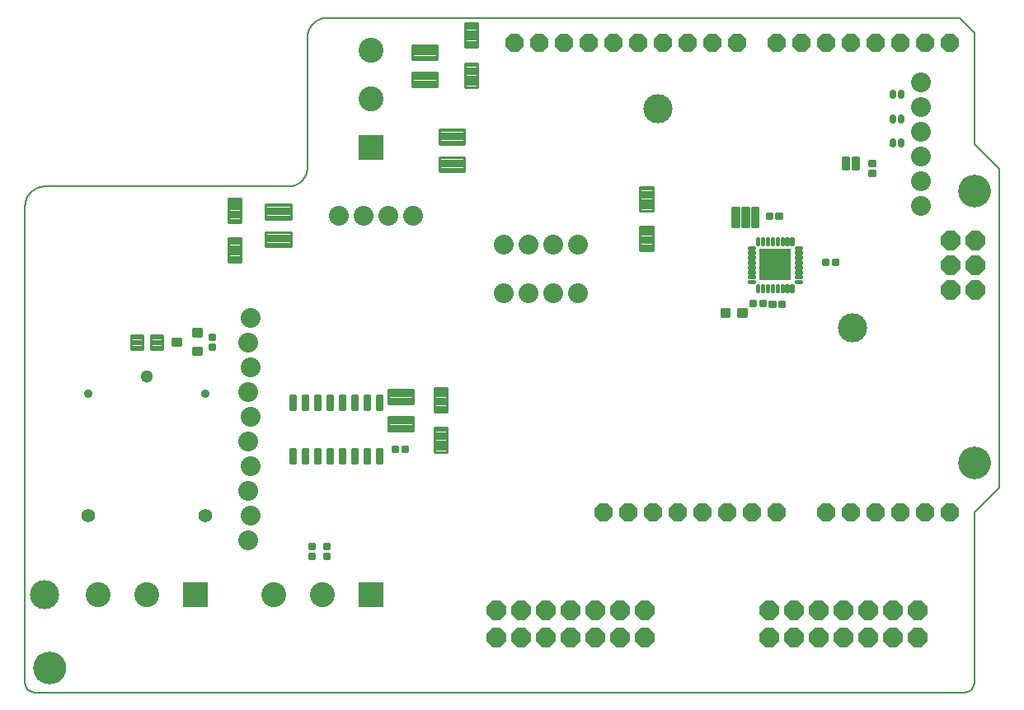
<source format=gts>
G75*
%MOIN*%
%OFA0B0*%
%FSLAX25Y25*%
%IPPOS*%
%LPD*%
%AMOC8*
5,1,8,0,0,1.08239X$1,22.5*
%
%ADD10C,0.00591*%
%ADD11C,0.00000*%
%ADD12C,0.13198*%
%ADD13OC8,0.07200*%
%ADD14OC8,0.08000*%
%ADD15C,0.01208*%
%ADD16C,0.01244*%
%ADD17C,0.01549*%
%ADD18R,0.12598X0.12598*%
%ADD19C,0.08000*%
%ADD20C,0.02340*%
%ADD21C,0.01240*%
%ADD22R,0.10100X0.10100*%
%ADD23C,0.10100*%
%ADD24C,0.01104*%
%ADD25C,0.01100*%
%ADD26C,0.01189*%
%ADD27C,0.01144*%
%ADD28C,0.01200*%
%ADD29C,0.05118*%
%ADD30C,0.05512*%
%ADD31C,0.05568*%
%ADD32C,0.03543*%
%ADD33C,0.11811*%
D10*
X0001500Y0005437D02*
X0001500Y0198350D01*
X0001502Y0198540D01*
X0001509Y0198730D01*
X0001521Y0198920D01*
X0001537Y0199110D01*
X0001557Y0199299D01*
X0001583Y0199488D01*
X0001612Y0199676D01*
X0001647Y0199863D01*
X0001686Y0200049D01*
X0001729Y0200234D01*
X0001777Y0200419D01*
X0001829Y0200602D01*
X0001885Y0200783D01*
X0001946Y0200963D01*
X0002012Y0201142D01*
X0002081Y0201319D01*
X0002155Y0201495D01*
X0002233Y0201668D01*
X0002316Y0201840D01*
X0002402Y0202009D01*
X0002492Y0202177D01*
X0002587Y0202342D01*
X0002685Y0202505D01*
X0002788Y0202665D01*
X0002894Y0202823D01*
X0003004Y0202978D01*
X0003117Y0203131D01*
X0003235Y0203281D01*
X0003356Y0203427D01*
X0003480Y0203571D01*
X0003608Y0203712D01*
X0003739Y0203850D01*
X0003874Y0203985D01*
X0004012Y0204116D01*
X0004153Y0204244D01*
X0004297Y0204368D01*
X0004443Y0204489D01*
X0004593Y0204607D01*
X0004746Y0204720D01*
X0004901Y0204830D01*
X0005059Y0204936D01*
X0005219Y0205039D01*
X0005382Y0205137D01*
X0005547Y0205232D01*
X0005715Y0205322D01*
X0005884Y0205408D01*
X0006056Y0205491D01*
X0006229Y0205569D01*
X0006405Y0205643D01*
X0006582Y0205712D01*
X0006761Y0205778D01*
X0006941Y0205839D01*
X0007122Y0205895D01*
X0007305Y0205947D01*
X0007490Y0205995D01*
X0007675Y0206038D01*
X0007861Y0206077D01*
X0008048Y0206112D01*
X0008236Y0206141D01*
X0008425Y0206167D01*
X0008614Y0206187D01*
X0008804Y0206203D01*
X0008994Y0206215D01*
X0009184Y0206222D01*
X0009374Y0206224D01*
X0107799Y0206224D01*
X0107989Y0206226D01*
X0108179Y0206233D01*
X0108369Y0206245D01*
X0108559Y0206261D01*
X0108748Y0206281D01*
X0108937Y0206307D01*
X0109125Y0206336D01*
X0109312Y0206371D01*
X0109498Y0206410D01*
X0109683Y0206453D01*
X0109868Y0206501D01*
X0110051Y0206553D01*
X0110232Y0206609D01*
X0110412Y0206670D01*
X0110591Y0206736D01*
X0110768Y0206805D01*
X0110944Y0206879D01*
X0111117Y0206957D01*
X0111289Y0207040D01*
X0111458Y0207126D01*
X0111626Y0207216D01*
X0111791Y0207311D01*
X0111954Y0207409D01*
X0112114Y0207512D01*
X0112272Y0207618D01*
X0112427Y0207728D01*
X0112580Y0207841D01*
X0112730Y0207959D01*
X0112876Y0208080D01*
X0113020Y0208204D01*
X0113161Y0208332D01*
X0113299Y0208463D01*
X0113434Y0208598D01*
X0113565Y0208736D01*
X0113693Y0208877D01*
X0113817Y0209021D01*
X0113938Y0209167D01*
X0114056Y0209317D01*
X0114169Y0209470D01*
X0114279Y0209625D01*
X0114385Y0209783D01*
X0114488Y0209943D01*
X0114586Y0210106D01*
X0114681Y0210271D01*
X0114771Y0210439D01*
X0114857Y0210608D01*
X0114940Y0210780D01*
X0115018Y0210953D01*
X0115092Y0211129D01*
X0115161Y0211306D01*
X0115227Y0211485D01*
X0115288Y0211665D01*
X0115344Y0211846D01*
X0115396Y0212029D01*
X0115444Y0212214D01*
X0115487Y0212399D01*
X0115526Y0212585D01*
X0115561Y0212772D01*
X0115590Y0212960D01*
X0115616Y0213149D01*
X0115636Y0213338D01*
X0115652Y0213528D01*
X0115664Y0213718D01*
X0115671Y0213908D01*
X0115673Y0214098D01*
X0115673Y0266618D01*
X0115675Y0266808D01*
X0115682Y0266998D01*
X0115694Y0267188D01*
X0115710Y0267378D01*
X0115730Y0267567D01*
X0115756Y0267756D01*
X0115785Y0267944D01*
X0115820Y0268131D01*
X0115859Y0268317D01*
X0115902Y0268502D01*
X0115950Y0268687D01*
X0116002Y0268870D01*
X0116058Y0269051D01*
X0116119Y0269231D01*
X0116185Y0269410D01*
X0116254Y0269587D01*
X0116328Y0269763D01*
X0116406Y0269936D01*
X0116489Y0270108D01*
X0116575Y0270277D01*
X0116665Y0270445D01*
X0116760Y0270610D01*
X0116858Y0270773D01*
X0116961Y0270933D01*
X0117067Y0271091D01*
X0117177Y0271246D01*
X0117290Y0271399D01*
X0117408Y0271549D01*
X0117529Y0271695D01*
X0117653Y0271839D01*
X0117781Y0271980D01*
X0117912Y0272118D01*
X0118047Y0272253D01*
X0118185Y0272384D01*
X0118326Y0272512D01*
X0118470Y0272636D01*
X0118616Y0272757D01*
X0118766Y0272875D01*
X0118919Y0272988D01*
X0119074Y0273098D01*
X0119232Y0273204D01*
X0119392Y0273307D01*
X0119555Y0273405D01*
X0119720Y0273500D01*
X0119888Y0273590D01*
X0120057Y0273676D01*
X0120229Y0273759D01*
X0120402Y0273837D01*
X0120578Y0273911D01*
X0120755Y0273980D01*
X0120934Y0274046D01*
X0121114Y0274107D01*
X0121295Y0274163D01*
X0121478Y0274215D01*
X0121663Y0274263D01*
X0121848Y0274306D01*
X0122034Y0274345D01*
X0122221Y0274380D01*
X0122409Y0274409D01*
X0122598Y0274435D01*
X0122787Y0274455D01*
X0122977Y0274471D01*
X0123167Y0274483D01*
X0123357Y0274490D01*
X0123547Y0274492D01*
X0379201Y0274492D01*
X0385201Y0268492D01*
X0385201Y0223492D01*
X0395201Y0213492D01*
X0395201Y0084492D01*
X0385201Y0074492D01*
X0385201Y0005437D01*
X0385199Y0005313D01*
X0385193Y0005190D01*
X0385184Y0005066D01*
X0385170Y0004944D01*
X0385153Y0004821D01*
X0385131Y0004699D01*
X0385106Y0004578D01*
X0385077Y0004458D01*
X0385045Y0004339D01*
X0385008Y0004220D01*
X0384968Y0004103D01*
X0384925Y0003988D01*
X0384877Y0003873D01*
X0384826Y0003761D01*
X0384772Y0003650D01*
X0384714Y0003540D01*
X0384653Y0003433D01*
X0384588Y0003327D01*
X0384520Y0003224D01*
X0384449Y0003123D01*
X0384375Y0003024D01*
X0384298Y0002927D01*
X0384217Y0002833D01*
X0384134Y0002742D01*
X0384048Y0002653D01*
X0383959Y0002567D01*
X0383868Y0002484D01*
X0383774Y0002403D01*
X0383677Y0002326D01*
X0383578Y0002252D01*
X0383477Y0002181D01*
X0383374Y0002113D01*
X0383268Y0002048D01*
X0383161Y0001987D01*
X0383051Y0001929D01*
X0382940Y0001875D01*
X0382828Y0001824D01*
X0382713Y0001776D01*
X0382598Y0001733D01*
X0382481Y0001693D01*
X0382362Y0001656D01*
X0382243Y0001624D01*
X0382123Y0001595D01*
X0382002Y0001570D01*
X0381880Y0001548D01*
X0381757Y0001531D01*
X0381635Y0001517D01*
X0381511Y0001508D01*
X0381388Y0001502D01*
X0381264Y0001500D01*
X0005437Y0001500D01*
X0005313Y0001502D01*
X0005190Y0001508D01*
X0005066Y0001517D01*
X0004944Y0001531D01*
X0004821Y0001548D01*
X0004699Y0001570D01*
X0004578Y0001595D01*
X0004458Y0001624D01*
X0004339Y0001656D01*
X0004220Y0001693D01*
X0004103Y0001733D01*
X0003988Y0001776D01*
X0003873Y0001824D01*
X0003761Y0001875D01*
X0003650Y0001929D01*
X0003540Y0001987D01*
X0003433Y0002048D01*
X0003327Y0002113D01*
X0003224Y0002181D01*
X0003123Y0002252D01*
X0003024Y0002326D01*
X0002927Y0002403D01*
X0002833Y0002484D01*
X0002742Y0002567D01*
X0002653Y0002653D01*
X0002567Y0002742D01*
X0002484Y0002833D01*
X0002403Y0002927D01*
X0002326Y0003024D01*
X0002252Y0003123D01*
X0002181Y0003224D01*
X0002113Y0003327D01*
X0002048Y0003433D01*
X0001987Y0003540D01*
X0001929Y0003650D01*
X0001875Y0003761D01*
X0001824Y0003873D01*
X0001776Y0003988D01*
X0001733Y0004103D01*
X0001693Y0004220D01*
X0001656Y0004339D01*
X0001624Y0004458D01*
X0001595Y0004578D01*
X0001570Y0004699D01*
X0001548Y0004821D01*
X0001531Y0004944D01*
X0001517Y0005066D01*
X0001508Y0005190D01*
X0001502Y0005313D01*
X0001500Y0005437D01*
D11*
X0005201Y0011500D02*
X0005203Y0011658D01*
X0005209Y0011816D01*
X0005219Y0011974D01*
X0005233Y0012132D01*
X0005251Y0012289D01*
X0005272Y0012446D01*
X0005298Y0012602D01*
X0005328Y0012758D01*
X0005361Y0012913D01*
X0005399Y0013066D01*
X0005440Y0013219D01*
X0005485Y0013371D01*
X0005534Y0013522D01*
X0005587Y0013671D01*
X0005643Y0013819D01*
X0005703Y0013965D01*
X0005767Y0014110D01*
X0005835Y0014253D01*
X0005906Y0014395D01*
X0005980Y0014535D01*
X0006058Y0014672D01*
X0006140Y0014808D01*
X0006224Y0014942D01*
X0006313Y0015073D01*
X0006404Y0015202D01*
X0006499Y0015329D01*
X0006596Y0015454D01*
X0006697Y0015576D01*
X0006801Y0015695D01*
X0006908Y0015812D01*
X0007018Y0015926D01*
X0007131Y0016037D01*
X0007246Y0016146D01*
X0007364Y0016251D01*
X0007485Y0016353D01*
X0007608Y0016453D01*
X0007734Y0016549D01*
X0007862Y0016642D01*
X0007992Y0016732D01*
X0008125Y0016818D01*
X0008260Y0016902D01*
X0008396Y0016981D01*
X0008535Y0017058D01*
X0008676Y0017130D01*
X0008818Y0017200D01*
X0008962Y0017265D01*
X0009108Y0017327D01*
X0009255Y0017385D01*
X0009404Y0017440D01*
X0009554Y0017491D01*
X0009705Y0017538D01*
X0009857Y0017581D01*
X0010010Y0017620D01*
X0010165Y0017656D01*
X0010320Y0017687D01*
X0010476Y0017715D01*
X0010632Y0017739D01*
X0010789Y0017759D01*
X0010947Y0017775D01*
X0011104Y0017787D01*
X0011263Y0017795D01*
X0011421Y0017799D01*
X0011579Y0017799D01*
X0011737Y0017795D01*
X0011896Y0017787D01*
X0012053Y0017775D01*
X0012211Y0017759D01*
X0012368Y0017739D01*
X0012524Y0017715D01*
X0012680Y0017687D01*
X0012835Y0017656D01*
X0012990Y0017620D01*
X0013143Y0017581D01*
X0013295Y0017538D01*
X0013446Y0017491D01*
X0013596Y0017440D01*
X0013745Y0017385D01*
X0013892Y0017327D01*
X0014038Y0017265D01*
X0014182Y0017200D01*
X0014324Y0017130D01*
X0014465Y0017058D01*
X0014604Y0016981D01*
X0014740Y0016902D01*
X0014875Y0016818D01*
X0015008Y0016732D01*
X0015138Y0016642D01*
X0015266Y0016549D01*
X0015392Y0016453D01*
X0015515Y0016353D01*
X0015636Y0016251D01*
X0015754Y0016146D01*
X0015869Y0016037D01*
X0015982Y0015926D01*
X0016092Y0015812D01*
X0016199Y0015695D01*
X0016303Y0015576D01*
X0016404Y0015454D01*
X0016501Y0015329D01*
X0016596Y0015202D01*
X0016687Y0015073D01*
X0016776Y0014942D01*
X0016860Y0014808D01*
X0016942Y0014672D01*
X0017020Y0014535D01*
X0017094Y0014395D01*
X0017165Y0014253D01*
X0017233Y0014110D01*
X0017297Y0013965D01*
X0017357Y0013819D01*
X0017413Y0013671D01*
X0017466Y0013522D01*
X0017515Y0013371D01*
X0017560Y0013219D01*
X0017601Y0013066D01*
X0017639Y0012913D01*
X0017672Y0012758D01*
X0017702Y0012602D01*
X0017728Y0012446D01*
X0017749Y0012289D01*
X0017767Y0012132D01*
X0017781Y0011974D01*
X0017791Y0011816D01*
X0017797Y0011658D01*
X0017799Y0011500D01*
X0017797Y0011342D01*
X0017791Y0011184D01*
X0017781Y0011026D01*
X0017767Y0010868D01*
X0017749Y0010711D01*
X0017728Y0010554D01*
X0017702Y0010398D01*
X0017672Y0010242D01*
X0017639Y0010087D01*
X0017601Y0009934D01*
X0017560Y0009781D01*
X0017515Y0009629D01*
X0017466Y0009478D01*
X0017413Y0009329D01*
X0017357Y0009181D01*
X0017297Y0009035D01*
X0017233Y0008890D01*
X0017165Y0008747D01*
X0017094Y0008605D01*
X0017020Y0008465D01*
X0016942Y0008328D01*
X0016860Y0008192D01*
X0016776Y0008058D01*
X0016687Y0007927D01*
X0016596Y0007798D01*
X0016501Y0007671D01*
X0016404Y0007546D01*
X0016303Y0007424D01*
X0016199Y0007305D01*
X0016092Y0007188D01*
X0015982Y0007074D01*
X0015869Y0006963D01*
X0015754Y0006854D01*
X0015636Y0006749D01*
X0015515Y0006647D01*
X0015392Y0006547D01*
X0015266Y0006451D01*
X0015138Y0006358D01*
X0015008Y0006268D01*
X0014875Y0006182D01*
X0014740Y0006098D01*
X0014604Y0006019D01*
X0014465Y0005942D01*
X0014324Y0005870D01*
X0014182Y0005800D01*
X0014038Y0005735D01*
X0013892Y0005673D01*
X0013745Y0005615D01*
X0013596Y0005560D01*
X0013446Y0005509D01*
X0013295Y0005462D01*
X0013143Y0005419D01*
X0012990Y0005380D01*
X0012835Y0005344D01*
X0012680Y0005313D01*
X0012524Y0005285D01*
X0012368Y0005261D01*
X0012211Y0005241D01*
X0012053Y0005225D01*
X0011896Y0005213D01*
X0011737Y0005205D01*
X0011579Y0005201D01*
X0011421Y0005201D01*
X0011263Y0005205D01*
X0011104Y0005213D01*
X0010947Y0005225D01*
X0010789Y0005241D01*
X0010632Y0005261D01*
X0010476Y0005285D01*
X0010320Y0005313D01*
X0010165Y0005344D01*
X0010010Y0005380D01*
X0009857Y0005419D01*
X0009705Y0005462D01*
X0009554Y0005509D01*
X0009404Y0005560D01*
X0009255Y0005615D01*
X0009108Y0005673D01*
X0008962Y0005735D01*
X0008818Y0005800D01*
X0008676Y0005870D01*
X0008535Y0005942D01*
X0008396Y0006019D01*
X0008260Y0006098D01*
X0008125Y0006182D01*
X0007992Y0006268D01*
X0007862Y0006358D01*
X0007734Y0006451D01*
X0007608Y0006547D01*
X0007485Y0006647D01*
X0007364Y0006749D01*
X0007246Y0006854D01*
X0007131Y0006963D01*
X0007018Y0007074D01*
X0006908Y0007188D01*
X0006801Y0007305D01*
X0006697Y0007424D01*
X0006596Y0007546D01*
X0006499Y0007671D01*
X0006404Y0007798D01*
X0006313Y0007927D01*
X0006224Y0008058D01*
X0006140Y0008192D01*
X0006058Y0008328D01*
X0005980Y0008465D01*
X0005906Y0008605D01*
X0005835Y0008747D01*
X0005767Y0008890D01*
X0005703Y0009035D01*
X0005643Y0009181D01*
X0005587Y0009329D01*
X0005534Y0009478D01*
X0005485Y0009629D01*
X0005440Y0009781D01*
X0005399Y0009934D01*
X0005361Y0010087D01*
X0005328Y0010242D01*
X0005298Y0010398D01*
X0005272Y0010554D01*
X0005251Y0010711D01*
X0005233Y0010868D01*
X0005219Y0011026D01*
X0005209Y0011184D01*
X0005203Y0011342D01*
X0005201Y0011500D01*
X0378981Y0094492D02*
X0378983Y0094650D01*
X0378989Y0094808D01*
X0378999Y0094966D01*
X0379013Y0095124D01*
X0379031Y0095281D01*
X0379052Y0095438D01*
X0379078Y0095594D01*
X0379108Y0095750D01*
X0379141Y0095905D01*
X0379179Y0096058D01*
X0379220Y0096211D01*
X0379265Y0096363D01*
X0379314Y0096514D01*
X0379367Y0096663D01*
X0379423Y0096811D01*
X0379483Y0096957D01*
X0379547Y0097102D01*
X0379615Y0097245D01*
X0379686Y0097387D01*
X0379760Y0097527D01*
X0379838Y0097664D01*
X0379920Y0097800D01*
X0380004Y0097934D01*
X0380093Y0098065D01*
X0380184Y0098194D01*
X0380279Y0098321D01*
X0380376Y0098446D01*
X0380477Y0098568D01*
X0380581Y0098687D01*
X0380688Y0098804D01*
X0380798Y0098918D01*
X0380911Y0099029D01*
X0381026Y0099138D01*
X0381144Y0099243D01*
X0381265Y0099345D01*
X0381388Y0099445D01*
X0381514Y0099541D01*
X0381642Y0099634D01*
X0381772Y0099724D01*
X0381905Y0099810D01*
X0382040Y0099894D01*
X0382176Y0099973D01*
X0382315Y0100050D01*
X0382456Y0100122D01*
X0382598Y0100192D01*
X0382742Y0100257D01*
X0382888Y0100319D01*
X0383035Y0100377D01*
X0383184Y0100432D01*
X0383334Y0100483D01*
X0383485Y0100530D01*
X0383637Y0100573D01*
X0383790Y0100612D01*
X0383945Y0100648D01*
X0384100Y0100679D01*
X0384256Y0100707D01*
X0384412Y0100731D01*
X0384569Y0100751D01*
X0384727Y0100767D01*
X0384884Y0100779D01*
X0385043Y0100787D01*
X0385201Y0100791D01*
X0385359Y0100791D01*
X0385517Y0100787D01*
X0385676Y0100779D01*
X0385833Y0100767D01*
X0385991Y0100751D01*
X0386148Y0100731D01*
X0386304Y0100707D01*
X0386460Y0100679D01*
X0386615Y0100648D01*
X0386770Y0100612D01*
X0386923Y0100573D01*
X0387075Y0100530D01*
X0387226Y0100483D01*
X0387376Y0100432D01*
X0387525Y0100377D01*
X0387672Y0100319D01*
X0387818Y0100257D01*
X0387962Y0100192D01*
X0388104Y0100122D01*
X0388245Y0100050D01*
X0388384Y0099973D01*
X0388520Y0099894D01*
X0388655Y0099810D01*
X0388788Y0099724D01*
X0388918Y0099634D01*
X0389046Y0099541D01*
X0389172Y0099445D01*
X0389295Y0099345D01*
X0389416Y0099243D01*
X0389534Y0099138D01*
X0389649Y0099029D01*
X0389762Y0098918D01*
X0389872Y0098804D01*
X0389979Y0098687D01*
X0390083Y0098568D01*
X0390184Y0098446D01*
X0390281Y0098321D01*
X0390376Y0098194D01*
X0390467Y0098065D01*
X0390556Y0097934D01*
X0390640Y0097800D01*
X0390722Y0097664D01*
X0390800Y0097527D01*
X0390874Y0097387D01*
X0390945Y0097245D01*
X0391013Y0097102D01*
X0391077Y0096957D01*
X0391137Y0096811D01*
X0391193Y0096663D01*
X0391246Y0096514D01*
X0391295Y0096363D01*
X0391340Y0096211D01*
X0391381Y0096058D01*
X0391419Y0095905D01*
X0391452Y0095750D01*
X0391482Y0095594D01*
X0391508Y0095438D01*
X0391529Y0095281D01*
X0391547Y0095124D01*
X0391561Y0094966D01*
X0391571Y0094808D01*
X0391577Y0094650D01*
X0391579Y0094492D01*
X0391577Y0094334D01*
X0391571Y0094176D01*
X0391561Y0094018D01*
X0391547Y0093860D01*
X0391529Y0093703D01*
X0391508Y0093546D01*
X0391482Y0093390D01*
X0391452Y0093234D01*
X0391419Y0093079D01*
X0391381Y0092926D01*
X0391340Y0092773D01*
X0391295Y0092621D01*
X0391246Y0092470D01*
X0391193Y0092321D01*
X0391137Y0092173D01*
X0391077Y0092027D01*
X0391013Y0091882D01*
X0390945Y0091739D01*
X0390874Y0091597D01*
X0390800Y0091457D01*
X0390722Y0091320D01*
X0390640Y0091184D01*
X0390556Y0091050D01*
X0390467Y0090919D01*
X0390376Y0090790D01*
X0390281Y0090663D01*
X0390184Y0090538D01*
X0390083Y0090416D01*
X0389979Y0090297D01*
X0389872Y0090180D01*
X0389762Y0090066D01*
X0389649Y0089955D01*
X0389534Y0089846D01*
X0389416Y0089741D01*
X0389295Y0089639D01*
X0389172Y0089539D01*
X0389046Y0089443D01*
X0388918Y0089350D01*
X0388788Y0089260D01*
X0388655Y0089174D01*
X0388520Y0089090D01*
X0388384Y0089011D01*
X0388245Y0088934D01*
X0388104Y0088862D01*
X0387962Y0088792D01*
X0387818Y0088727D01*
X0387672Y0088665D01*
X0387525Y0088607D01*
X0387376Y0088552D01*
X0387226Y0088501D01*
X0387075Y0088454D01*
X0386923Y0088411D01*
X0386770Y0088372D01*
X0386615Y0088336D01*
X0386460Y0088305D01*
X0386304Y0088277D01*
X0386148Y0088253D01*
X0385991Y0088233D01*
X0385833Y0088217D01*
X0385676Y0088205D01*
X0385517Y0088197D01*
X0385359Y0088193D01*
X0385201Y0088193D01*
X0385043Y0088197D01*
X0384884Y0088205D01*
X0384727Y0088217D01*
X0384569Y0088233D01*
X0384412Y0088253D01*
X0384256Y0088277D01*
X0384100Y0088305D01*
X0383945Y0088336D01*
X0383790Y0088372D01*
X0383637Y0088411D01*
X0383485Y0088454D01*
X0383334Y0088501D01*
X0383184Y0088552D01*
X0383035Y0088607D01*
X0382888Y0088665D01*
X0382742Y0088727D01*
X0382598Y0088792D01*
X0382456Y0088862D01*
X0382315Y0088934D01*
X0382176Y0089011D01*
X0382040Y0089090D01*
X0381905Y0089174D01*
X0381772Y0089260D01*
X0381642Y0089350D01*
X0381514Y0089443D01*
X0381388Y0089539D01*
X0381265Y0089639D01*
X0381144Y0089741D01*
X0381026Y0089846D01*
X0380911Y0089955D01*
X0380798Y0090066D01*
X0380688Y0090180D01*
X0380581Y0090297D01*
X0380477Y0090416D01*
X0380376Y0090538D01*
X0380279Y0090663D01*
X0380184Y0090790D01*
X0380093Y0090919D01*
X0380004Y0091050D01*
X0379920Y0091184D01*
X0379838Y0091320D01*
X0379760Y0091457D01*
X0379686Y0091597D01*
X0379615Y0091739D01*
X0379547Y0091882D01*
X0379483Y0092027D01*
X0379423Y0092173D01*
X0379367Y0092321D01*
X0379314Y0092470D01*
X0379265Y0092621D01*
X0379220Y0092773D01*
X0379179Y0092926D01*
X0379141Y0093079D01*
X0379108Y0093234D01*
X0379078Y0093390D01*
X0379052Y0093546D01*
X0379031Y0093703D01*
X0379013Y0093860D01*
X0378999Y0094018D01*
X0378989Y0094176D01*
X0378983Y0094334D01*
X0378981Y0094492D01*
X0378981Y0204492D02*
X0378983Y0204650D01*
X0378989Y0204808D01*
X0378999Y0204966D01*
X0379013Y0205124D01*
X0379031Y0205281D01*
X0379052Y0205438D01*
X0379078Y0205594D01*
X0379108Y0205750D01*
X0379141Y0205905D01*
X0379179Y0206058D01*
X0379220Y0206211D01*
X0379265Y0206363D01*
X0379314Y0206514D01*
X0379367Y0206663D01*
X0379423Y0206811D01*
X0379483Y0206957D01*
X0379547Y0207102D01*
X0379615Y0207245D01*
X0379686Y0207387D01*
X0379760Y0207527D01*
X0379838Y0207664D01*
X0379920Y0207800D01*
X0380004Y0207934D01*
X0380093Y0208065D01*
X0380184Y0208194D01*
X0380279Y0208321D01*
X0380376Y0208446D01*
X0380477Y0208568D01*
X0380581Y0208687D01*
X0380688Y0208804D01*
X0380798Y0208918D01*
X0380911Y0209029D01*
X0381026Y0209138D01*
X0381144Y0209243D01*
X0381265Y0209345D01*
X0381388Y0209445D01*
X0381514Y0209541D01*
X0381642Y0209634D01*
X0381772Y0209724D01*
X0381905Y0209810D01*
X0382040Y0209894D01*
X0382176Y0209973D01*
X0382315Y0210050D01*
X0382456Y0210122D01*
X0382598Y0210192D01*
X0382742Y0210257D01*
X0382888Y0210319D01*
X0383035Y0210377D01*
X0383184Y0210432D01*
X0383334Y0210483D01*
X0383485Y0210530D01*
X0383637Y0210573D01*
X0383790Y0210612D01*
X0383945Y0210648D01*
X0384100Y0210679D01*
X0384256Y0210707D01*
X0384412Y0210731D01*
X0384569Y0210751D01*
X0384727Y0210767D01*
X0384884Y0210779D01*
X0385043Y0210787D01*
X0385201Y0210791D01*
X0385359Y0210791D01*
X0385517Y0210787D01*
X0385676Y0210779D01*
X0385833Y0210767D01*
X0385991Y0210751D01*
X0386148Y0210731D01*
X0386304Y0210707D01*
X0386460Y0210679D01*
X0386615Y0210648D01*
X0386770Y0210612D01*
X0386923Y0210573D01*
X0387075Y0210530D01*
X0387226Y0210483D01*
X0387376Y0210432D01*
X0387525Y0210377D01*
X0387672Y0210319D01*
X0387818Y0210257D01*
X0387962Y0210192D01*
X0388104Y0210122D01*
X0388245Y0210050D01*
X0388384Y0209973D01*
X0388520Y0209894D01*
X0388655Y0209810D01*
X0388788Y0209724D01*
X0388918Y0209634D01*
X0389046Y0209541D01*
X0389172Y0209445D01*
X0389295Y0209345D01*
X0389416Y0209243D01*
X0389534Y0209138D01*
X0389649Y0209029D01*
X0389762Y0208918D01*
X0389872Y0208804D01*
X0389979Y0208687D01*
X0390083Y0208568D01*
X0390184Y0208446D01*
X0390281Y0208321D01*
X0390376Y0208194D01*
X0390467Y0208065D01*
X0390556Y0207934D01*
X0390640Y0207800D01*
X0390722Y0207664D01*
X0390800Y0207527D01*
X0390874Y0207387D01*
X0390945Y0207245D01*
X0391013Y0207102D01*
X0391077Y0206957D01*
X0391137Y0206811D01*
X0391193Y0206663D01*
X0391246Y0206514D01*
X0391295Y0206363D01*
X0391340Y0206211D01*
X0391381Y0206058D01*
X0391419Y0205905D01*
X0391452Y0205750D01*
X0391482Y0205594D01*
X0391508Y0205438D01*
X0391529Y0205281D01*
X0391547Y0205124D01*
X0391561Y0204966D01*
X0391571Y0204808D01*
X0391577Y0204650D01*
X0391579Y0204492D01*
X0391577Y0204334D01*
X0391571Y0204176D01*
X0391561Y0204018D01*
X0391547Y0203860D01*
X0391529Y0203703D01*
X0391508Y0203546D01*
X0391482Y0203390D01*
X0391452Y0203234D01*
X0391419Y0203079D01*
X0391381Y0202926D01*
X0391340Y0202773D01*
X0391295Y0202621D01*
X0391246Y0202470D01*
X0391193Y0202321D01*
X0391137Y0202173D01*
X0391077Y0202027D01*
X0391013Y0201882D01*
X0390945Y0201739D01*
X0390874Y0201597D01*
X0390800Y0201457D01*
X0390722Y0201320D01*
X0390640Y0201184D01*
X0390556Y0201050D01*
X0390467Y0200919D01*
X0390376Y0200790D01*
X0390281Y0200663D01*
X0390184Y0200538D01*
X0390083Y0200416D01*
X0389979Y0200297D01*
X0389872Y0200180D01*
X0389762Y0200066D01*
X0389649Y0199955D01*
X0389534Y0199846D01*
X0389416Y0199741D01*
X0389295Y0199639D01*
X0389172Y0199539D01*
X0389046Y0199443D01*
X0388918Y0199350D01*
X0388788Y0199260D01*
X0388655Y0199174D01*
X0388520Y0199090D01*
X0388384Y0199011D01*
X0388245Y0198934D01*
X0388104Y0198862D01*
X0387962Y0198792D01*
X0387818Y0198727D01*
X0387672Y0198665D01*
X0387525Y0198607D01*
X0387376Y0198552D01*
X0387226Y0198501D01*
X0387075Y0198454D01*
X0386923Y0198411D01*
X0386770Y0198372D01*
X0386615Y0198336D01*
X0386460Y0198305D01*
X0386304Y0198277D01*
X0386148Y0198253D01*
X0385991Y0198233D01*
X0385833Y0198217D01*
X0385676Y0198205D01*
X0385517Y0198197D01*
X0385359Y0198193D01*
X0385201Y0198193D01*
X0385043Y0198197D01*
X0384884Y0198205D01*
X0384727Y0198217D01*
X0384569Y0198233D01*
X0384412Y0198253D01*
X0384256Y0198277D01*
X0384100Y0198305D01*
X0383945Y0198336D01*
X0383790Y0198372D01*
X0383637Y0198411D01*
X0383485Y0198454D01*
X0383334Y0198501D01*
X0383184Y0198552D01*
X0383035Y0198607D01*
X0382888Y0198665D01*
X0382742Y0198727D01*
X0382598Y0198792D01*
X0382456Y0198862D01*
X0382315Y0198934D01*
X0382176Y0199011D01*
X0382040Y0199090D01*
X0381905Y0199174D01*
X0381772Y0199260D01*
X0381642Y0199350D01*
X0381514Y0199443D01*
X0381388Y0199539D01*
X0381265Y0199639D01*
X0381144Y0199741D01*
X0381026Y0199846D01*
X0380911Y0199955D01*
X0380798Y0200066D01*
X0380688Y0200180D01*
X0380581Y0200297D01*
X0380477Y0200416D01*
X0380376Y0200538D01*
X0380279Y0200663D01*
X0380184Y0200790D01*
X0380093Y0200919D01*
X0380004Y0201050D01*
X0379920Y0201184D01*
X0379838Y0201320D01*
X0379760Y0201457D01*
X0379686Y0201597D01*
X0379615Y0201739D01*
X0379547Y0201882D01*
X0379483Y0202027D01*
X0379423Y0202173D01*
X0379367Y0202321D01*
X0379314Y0202470D01*
X0379265Y0202621D01*
X0379220Y0202773D01*
X0379179Y0202926D01*
X0379141Y0203079D01*
X0379108Y0203234D01*
X0379078Y0203390D01*
X0379052Y0203546D01*
X0379031Y0203703D01*
X0379013Y0203860D01*
X0378999Y0204018D01*
X0378989Y0204176D01*
X0378983Y0204334D01*
X0378981Y0204492D01*
D12*
X0385280Y0204492D03*
X0385280Y0094492D03*
X0011500Y0011500D03*
D13*
X0235201Y0074492D03*
X0245201Y0074492D03*
X0255201Y0074492D03*
X0265201Y0074492D03*
X0275201Y0074492D03*
X0285201Y0074492D03*
X0295201Y0074492D03*
X0305201Y0074492D03*
X0325201Y0074492D03*
X0335201Y0074492D03*
X0345201Y0074492D03*
X0355201Y0074492D03*
X0365201Y0074492D03*
X0375201Y0074492D03*
X0375201Y0264492D03*
X0365201Y0264492D03*
X0355201Y0264492D03*
X0345201Y0264492D03*
X0335201Y0264492D03*
X0325201Y0264492D03*
X0315201Y0264492D03*
X0305201Y0264492D03*
X0289201Y0264492D03*
X0279201Y0264492D03*
X0269201Y0264492D03*
X0259201Y0264492D03*
X0249201Y0264492D03*
X0239201Y0264492D03*
X0229201Y0264492D03*
X0219201Y0264492D03*
X0209201Y0264492D03*
X0199201Y0264492D03*
D14*
X0375701Y0184492D03*
X0385701Y0184492D03*
X0385701Y0174492D03*
X0385701Y0164492D03*
X0375701Y0164492D03*
X0375701Y0174492D03*
X0362209Y0034559D03*
X0352209Y0034559D03*
X0342209Y0034559D03*
X0332209Y0034559D03*
X0322209Y0034559D03*
X0312209Y0034559D03*
X0302209Y0034559D03*
X0302209Y0023559D03*
X0312209Y0023559D03*
X0322209Y0023559D03*
X0332209Y0023559D03*
X0342209Y0023559D03*
X0352209Y0023559D03*
X0362209Y0023559D03*
X0251972Y0023559D03*
X0241972Y0023559D03*
X0231972Y0023559D03*
X0221972Y0023559D03*
X0211972Y0023559D03*
X0201972Y0023559D03*
X0191972Y0023559D03*
X0191972Y0034559D03*
X0201972Y0034559D03*
X0211972Y0034559D03*
X0221972Y0034559D03*
X0231972Y0034559D03*
X0241972Y0034559D03*
X0251972Y0034559D03*
D15*
X0287765Y0190099D02*
X0287765Y0197365D01*
X0289913Y0197365D01*
X0289913Y0190099D01*
X0287765Y0190099D01*
X0287765Y0191306D02*
X0289913Y0191306D01*
X0289913Y0192513D02*
X0287765Y0192513D01*
X0287765Y0193720D02*
X0289913Y0193720D01*
X0289913Y0194927D02*
X0287765Y0194927D01*
X0287765Y0196134D02*
X0289913Y0196134D01*
X0289913Y0197341D02*
X0287765Y0197341D01*
X0291702Y0197365D02*
X0291702Y0190099D01*
X0291702Y0197365D02*
X0293850Y0197365D01*
X0293850Y0190099D01*
X0291702Y0190099D01*
X0291702Y0191306D02*
X0293850Y0191306D01*
X0293850Y0192513D02*
X0291702Y0192513D01*
X0291702Y0193720D02*
X0293850Y0193720D01*
X0293850Y0194927D02*
X0291702Y0194927D01*
X0291702Y0196134D02*
X0293850Y0196134D01*
X0293850Y0197341D02*
X0291702Y0197341D01*
X0295639Y0197365D02*
X0295639Y0190099D01*
X0295639Y0197365D02*
X0297787Y0197365D01*
X0297787Y0190099D01*
X0295639Y0190099D01*
X0295639Y0191306D02*
X0297787Y0191306D01*
X0297787Y0192513D02*
X0295639Y0192513D01*
X0295639Y0193720D02*
X0297787Y0193720D01*
X0297787Y0194927D02*
X0295639Y0194927D01*
X0295639Y0196134D02*
X0297787Y0196134D01*
X0297787Y0197341D02*
X0295639Y0197341D01*
D16*
X0301539Y0195044D02*
X0303257Y0195044D01*
X0303257Y0193326D01*
X0301539Y0193326D01*
X0301539Y0195044D01*
X0301539Y0194569D02*
X0303257Y0194569D01*
X0305476Y0195044D02*
X0307194Y0195044D01*
X0307194Y0193326D01*
X0305476Y0193326D01*
X0305476Y0195044D01*
X0305476Y0194569D02*
X0307194Y0194569D01*
X0324263Y0174657D02*
X0325981Y0174657D01*
X0324263Y0174657D02*
X0324263Y0176375D01*
X0325981Y0176375D01*
X0325981Y0174657D01*
X0325981Y0175900D02*
X0324263Y0175900D01*
X0328200Y0174657D02*
X0329918Y0174657D01*
X0328200Y0174657D02*
X0328200Y0176375D01*
X0329918Y0176375D01*
X0329918Y0174657D01*
X0329918Y0175900D02*
X0328200Y0175900D01*
X0308461Y0159446D02*
X0306743Y0159446D01*
X0308461Y0159446D02*
X0308461Y0157728D01*
X0306743Y0157728D01*
X0306743Y0159446D01*
X0306743Y0158971D02*
X0308461Y0158971D01*
X0304524Y0159446D02*
X0302806Y0159446D01*
X0304524Y0159446D02*
X0304524Y0157728D01*
X0302806Y0157728D01*
X0302806Y0159446D01*
X0302806Y0158971D02*
X0304524Y0158971D01*
X0300587Y0158121D02*
X0298869Y0158121D01*
X0298869Y0159839D01*
X0300587Y0159839D01*
X0300587Y0158121D01*
X0300587Y0159364D02*
X0298869Y0159364D01*
X0296650Y0158121D02*
X0294932Y0158121D01*
X0294932Y0159839D01*
X0296650Y0159839D01*
X0296650Y0158121D01*
X0296650Y0159364D02*
X0294932Y0159364D01*
X0344879Y0210779D02*
X0344879Y0212497D01*
X0344879Y0210779D02*
X0343161Y0210779D01*
X0343161Y0212497D01*
X0344879Y0212497D01*
X0344879Y0212022D02*
X0343161Y0212022D01*
X0344879Y0214716D02*
X0344879Y0216434D01*
X0344879Y0214716D02*
X0343161Y0214716D01*
X0343161Y0216434D01*
X0344879Y0216434D01*
X0344879Y0215959D02*
X0343161Y0215959D01*
X0155902Y0099066D02*
X0154184Y0099066D01*
X0154184Y0100784D01*
X0155902Y0100784D01*
X0155902Y0099066D01*
X0155902Y0100309D02*
X0154184Y0100309D01*
X0151965Y0099066D02*
X0150247Y0099066D01*
X0150247Y0100784D01*
X0151965Y0100784D01*
X0151965Y0099066D01*
X0151965Y0100309D02*
X0150247Y0100309D01*
X0145843Y0099603D02*
X0144125Y0099603D01*
X0145843Y0099603D02*
X0145843Y0094341D01*
X0144125Y0094341D01*
X0144125Y0099603D01*
X0144125Y0095584D02*
X0145843Y0095584D01*
X0145843Y0096827D02*
X0144125Y0096827D01*
X0144125Y0098070D02*
X0145843Y0098070D01*
X0145843Y0099313D02*
X0144125Y0099313D01*
X0140843Y0099603D02*
X0139125Y0099603D01*
X0140843Y0099603D02*
X0140843Y0094341D01*
X0139125Y0094341D01*
X0139125Y0099603D01*
X0139125Y0095584D02*
X0140843Y0095584D01*
X0140843Y0096827D02*
X0139125Y0096827D01*
X0139125Y0098070D02*
X0140843Y0098070D01*
X0140843Y0099313D02*
X0139125Y0099313D01*
X0135843Y0099603D02*
X0134125Y0099603D01*
X0135843Y0099603D02*
X0135843Y0094341D01*
X0134125Y0094341D01*
X0134125Y0099603D01*
X0134125Y0095584D02*
X0135843Y0095584D01*
X0135843Y0096827D02*
X0134125Y0096827D01*
X0134125Y0098070D02*
X0135843Y0098070D01*
X0135843Y0099313D02*
X0134125Y0099313D01*
X0130843Y0099603D02*
X0129125Y0099603D01*
X0130843Y0099603D02*
X0130843Y0094341D01*
X0129125Y0094341D01*
X0129125Y0099603D01*
X0129125Y0095584D02*
X0130843Y0095584D01*
X0130843Y0096827D02*
X0129125Y0096827D01*
X0129125Y0098070D02*
X0130843Y0098070D01*
X0130843Y0099313D02*
X0129125Y0099313D01*
X0125843Y0099603D02*
X0124125Y0099603D01*
X0125843Y0099603D02*
X0125843Y0094341D01*
X0124125Y0094341D01*
X0124125Y0099603D01*
X0124125Y0095584D02*
X0125843Y0095584D01*
X0125843Y0096827D02*
X0124125Y0096827D01*
X0124125Y0098070D02*
X0125843Y0098070D01*
X0125843Y0099313D02*
X0124125Y0099313D01*
X0120843Y0099603D02*
X0119125Y0099603D01*
X0120843Y0099603D02*
X0120843Y0094341D01*
X0119125Y0094341D01*
X0119125Y0099603D01*
X0119125Y0095584D02*
X0120843Y0095584D01*
X0120843Y0096827D02*
X0119125Y0096827D01*
X0119125Y0098070D02*
X0120843Y0098070D01*
X0120843Y0099313D02*
X0119125Y0099313D01*
X0115843Y0099603D02*
X0114125Y0099603D01*
X0115843Y0099603D02*
X0115843Y0094341D01*
X0114125Y0094341D01*
X0114125Y0099603D01*
X0114125Y0095584D02*
X0115843Y0095584D01*
X0115843Y0096827D02*
X0114125Y0096827D01*
X0114125Y0098070D02*
X0115843Y0098070D01*
X0115843Y0099313D02*
X0114125Y0099313D01*
X0110843Y0099603D02*
X0109125Y0099603D01*
X0110843Y0099603D02*
X0110843Y0094341D01*
X0109125Y0094341D01*
X0109125Y0099603D01*
X0109125Y0095584D02*
X0110843Y0095584D01*
X0110843Y0096827D02*
X0109125Y0096827D01*
X0109125Y0098070D02*
X0110843Y0098070D01*
X0110843Y0099313D02*
X0109125Y0099313D01*
X0109125Y0121257D02*
X0110843Y0121257D01*
X0110843Y0115995D01*
X0109125Y0115995D01*
X0109125Y0121257D01*
X0109125Y0117238D02*
X0110843Y0117238D01*
X0110843Y0118481D02*
X0109125Y0118481D01*
X0109125Y0119724D02*
X0110843Y0119724D01*
X0110843Y0120967D02*
X0109125Y0120967D01*
X0114125Y0121257D02*
X0115843Y0121257D01*
X0115843Y0115995D01*
X0114125Y0115995D01*
X0114125Y0121257D01*
X0114125Y0117238D02*
X0115843Y0117238D01*
X0115843Y0118481D02*
X0114125Y0118481D01*
X0114125Y0119724D02*
X0115843Y0119724D01*
X0115843Y0120967D02*
X0114125Y0120967D01*
X0119125Y0121257D02*
X0120843Y0121257D01*
X0120843Y0115995D01*
X0119125Y0115995D01*
X0119125Y0121257D01*
X0119125Y0117238D02*
X0120843Y0117238D01*
X0120843Y0118481D02*
X0119125Y0118481D01*
X0119125Y0119724D02*
X0120843Y0119724D01*
X0120843Y0120967D02*
X0119125Y0120967D01*
X0124125Y0121257D02*
X0125843Y0121257D01*
X0125843Y0115995D01*
X0124125Y0115995D01*
X0124125Y0121257D01*
X0124125Y0117238D02*
X0125843Y0117238D01*
X0125843Y0118481D02*
X0124125Y0118481D01*
X0124125Y0119724D02*
X0125843Y0119724D01*
X0125843Y0120967D02*
X0124125Y0120967D01*
X0129125Y0121257D02*
X0130843Y0121257D01*
X0130843Y0115995D01*
X0129125Y0115995D01*
X0129125Y0121257D01*
X0129125Y0117238D02*
X0130843Y0117238D01*
X0130843Y0118481D02*
X0129125Y0118481D01*
X0129125Y0119724D02*
X0130843Y0119724D01*
X0130843Y0120967D02*
X0129125Y0120967D01*
X0134125Y0121257D02*
X0135843Y0121257D01*
X0135843Y0115995D01*
X0134125Y0115995D01*
X0134125Y0121257D01*
X0134125Y0117238D02*
X0135843Y0117238D01*
X0135843Y0118481D02*
X0134125Y0118481D01*
X0134125Y0119724D02*
X0135843Y0119724D01*
X0135843Y0120967D02*
X0134125Y0120967D01*
X0139125Y0121257D02*
X0140843Y0121257D01*
X0140843Y0115995D01*
X0139125Y0115995D01*
X0139125Y0121257D01*
X0139125Y0117238D02*
X0140843Y0117238D01*
X0140843Y0118481D02*
X0139125Y0118481D01*
X0139125Y0119724D02*
X0140843Y0119724D01*
X0140843Y0120967D02*
X0139125Y0120967D01*
X0144125Y0121257D02*
X0145843Y0121257D01*
X0145843Y0115995D01*
X0144125Y0115995D01*
X0144125Y0121257D01*
X0144125Y0117238D02*
X0145843Y0117238D01*
X0145843Y0118481D02*
X0144125Y0118481D01*
X0144125Y0119724D02*
X0145843Y0119724D01*
X0145843Y0120967D02*
X0144125Y0120967D01*
X0076232Y0140405D02*
X0076232Y0142123D01*
X0077950Y0142123D01*
X0077950Y0140405D01*
X0076232Y0140405D01*
X0076232Y0141648D02*
X0077950Y0141648D01*
X0076232Y0144342D02*
X0076232Y0146060D01*
X0077950Y0146060D01*
X0077950Y0144342D01*
X0076232Y0144342D01*
X0076232Y0145585D02*
X0077950Y0145585D01*
X0118501Y0061414D02*
X0118501Y0059696D01*
X0116783Y0059696D01*
X0116783Y0061414D01*
X0118501Y0061414D01*
X0118501Y0060939D02*
X0116783Y0060939D01*
X0118501Y0057477D02*
X0118501Y0055759D01*
X0116783Y0055759D01*
X0116783Y0057477D01*
X0118501Y0057477D01*
X0118501Y0057002D02*
X0116783Y0057002D01*
X0124406Y0057477D02*
X0124406Y0055759D01*
X0122688Y0055759D01*
X0122688Y0057477D01*
X0124406Y0057477D01*
X0124406Y0057002D02*
X0122688Y0057002D01*
X0124406Y0059696D02*
X0124406Y0061414D01*
X0124406Y0059696D02*
X0122688Y0059696D01*
X0122688Y0061414D01*
X0124406Y0061414D01*
X0124406Y0060939D02*
X0122688Y0060939D01*
D17*
X0294297Y0167565D02*
X0294297Y0167719D01*
X0296105Y0167719D01*
X0296105Y0167565D01*
X0294297Y0167565D01*
X0294297Y0169533D02*
X0294297Y0169687D01*
X0296105Y0169687D01*
X0296105Y0169533D01*
X0294297Y0169533D01*
X0294297Y0171502D02*
X0294297Y0171656D01*
X0296105Y0171656D01*
X0296105Y0171502D01*
X0294297Y0171502D01*
X0294297Y0173470D02*
X0294297Y0173624D01*
X0296105Y0173624D01*
X0296105Y0173470D01*
X0294297Y0173470D01*
X0294297Y0175439D02*
X0294297Y0175593D01*
X0296105Y0175593D01*
X0296105Y0175439D01*
X0294297Y0175439D01*
X0294297Y0177407D02*
X0294297Y0177561D01*
X0296105Y0177561D01*
X0296105Y0177407D01*
X0294297Y0177407D01*
X0294297Y0179376D02*
X0294297Y0179530D01*
X0296105Y0179530D01*
X0296105Y0179376D01*
X0294297Y0179376D01*
X0294297Y0181344D02*
X0294297Y0181498D01*
X0296105Y0181498D01*
X0296105Y0181344D01*
X0294297Y0181344D01*
X0297683Y0183076D02*
X0297683Y0184884D01*
X0297837Y0184884D01*
X0297837Y0183076D01*
X0297683Y0183076D01*
X0297683Y0184624D02*
X0297837Y0184624D01*
X0299651Y0184884D02*
X0299651Y0183076D01*
X0299651Y0184884D02*
X0299805Y0184884D01*
X0299805Y0183076D01*
X0299651Y0183076D01*
X0299651Y0184624D02*
X0299805Y0184624D01*
X0301620Y0184884D02*
X0301620Y0183076D01*
X0301620Y0184884D02*
X0301774Y0184884D01*
X0301774Y0183076D01*
X0301620Y0183076D01*
X0301620Y0184624D02*
X0301774Y0184624D01*
X0303588Y0184884D02*
X0303588Y0183076D01*
X0303588Y0184884D02*
X0303742Y0184884D01*
X0303742Y0183076D01*
X0303588Y0183076D01*
X0303588Y0184624D02*
X0303742Y0184624D01*
X0305557Y0184884D02*
X0305557Y0183076D01*
X0305557Y0184884D02*
X0305711Y0184884D01*
X0305711Y0183076D01*
X0305557Y0183076D01*
X0305557Y0184624D02*
X0305711Y0184624D01*
X0307525Y0184884D02*
X0307525Y0183076D01*
X0307525Y0184884D02*
X0307679Y0184884D01*
X0307679Y0183076D01*
X0307525Y0183076D01*
X0307525Y0184624D02*
X0307679Y0184624D01*
X0309494Y0184884D02*
X0309494Y0183076D01*
X0309494Y0184884D02*
X0309648Y0184884D01*
X0309648Y0183076D01*
X0309494Y0183076D01*
X0309494Y0184624D02*
X0309648Y0184624D01*
X0311462Y0184884D02*
X0311462Y0183076D01*
X0311462Y0184884D02*
X0311616Y0184884D01*
X0311616Y0183076D01*
X0311462Y0183076D01*
X0311462Y0184624D02*
X0311616Y0184624D01*
X0313194Y0181498D02*
X0313194Y0181344D01*
X0313194Y0181498D02*
X0315002Y0181498D01*
X0315002Y0181344D01*
X0313194Y0181344D01*
X0313194Y0179530D02*
X0313194Y0179376D01*
X0313194Y0179530D02*
X0315002Y0179530D01*
X0315002Y0179376D01*
X0313194Y0179376D01*
X0313194Y0177561D02*
X0313194Y0177407D01*
X0313194Y0177561D02*
X0315002Y0177561D01*
X0315002Y0177407D01*
X0313194Y0177407D01*
X0313194Y0175593D02*
X0313194Y0175439D01*
X0313194Y0175593D02*
X0315002Y0175593D01*
X0315002Y0175439D01*
X0313194Y0175439D01*
X0313194Y0173624D02*
X0313194Y0173470D01*
X0313194Y0173624D02*
X0315002Y0173624D01*
X0315002Y0173470D01*
X0313194Y0173470D01*
X0313194Y0171656D02*
X0313194Y0171502D01*
X0313194Y0171656D02*
X0315002Y0171656D01*
X0315002Y0171502D01*
X0313194Y0171502D01*
X0313194Y0169687D02*
X0313194Y0169533D01*
X0313194Y0169687D02*
X0315002Y0169687D01*
X0315002Y0169533D01*
X0313194Y0169533D01*
X0313194Y0167719D02*
X0313194Y0167565D01*
X0313194Y0167719D02*
X0315002Y0167719D01*
X0315002Y0167565D01*
X0313194Y0167565D01*
X0311462Y0165987D02*
X0311462Y0164179D01*
X0311462Y0165987D02*
X0311616Y0165987D01*
X0311616Y0164179D01*
X0311462Y0164179D01*
X0311462Y0165727D02*
X0311616Y0165727D01*
X0309494Y0165987D02*
X0309494Y0164179D01*
X0309494Y0165987D02*
X0309648Y0165987D01*
X0309648Y0164179D01*
X0309494Y0164179D01*
X0309494Y0165727D02*
X0309648Y0165727D01*
X0307525Y0165987D02*
X0307525Y0164179D01*
X0307525Y0165987D02*
X0307679Y0165987D01*
X0307679Y0164179D01*
X0307525Y0164179D01*
X0307525Y0165727D02*
X0307679Y0165727D01*
X0305557Y0165987D02*
X0305557Y0164179D01*
X0305557Y0165987D02*
X0305711Y0165987D01*
X0305711Y0164179D01*
X0305557Y0164179D01*
X0305557Y0165727D02*
X0305711Y0165727D01*
X0303588Y0165987D02*
X0303588Y0164179D01*
X0303588Y0165987D02*
X0303742Y0165987D01*
X0303742Y0164179D01*
X0303588Y0164179D01*
X0303588Y0165727D02*
X0303742Y0165727D01*
X0301620Y0165987D02*
X0301620Y0164179D01*
X0301620Y0165987D02*
X0301774Y0165987D01*
X0301774Y0164179D01*
X0301620Y0164179D01*
X0301620Y0165727D02*
X0301774Y0165727D01*
X0299651Y0165987D02*
X0299651Y0164179D01*
X0299651Y0165987D02*
X0299805Y0165987D01*
X0299805Y0164179D01*
X0299651Y0164179D01*
X0299651Y0165727D02*
X0299805Y0165727D01*
X0297683Y0165987D02*
X0297683Y0164179D01*
X0297683Y0165987D02*
X0297837Y0165987D01*
X0297837Y0164179D01*
X0297683Y0164179D01*
X0297683Y0165727D02*
X0297837Y0165727D01*
D18*
X0304650Y0174531D03*
D19*
X0363705Y0198350D03*
X0363705Y0208350D03*
X0363705Y0218350D03*
X0363705Y0228350D03*
X0363705Y0238350D03*
X0363705Y0248350D03*
X0225161Y0182602D03*
X0215161Y0182602D03*
X0205161Y0182602D03*
X0195161Y0182602D03*
X0195161Y0162917D03*
X0205161Y0162917D03*
X0215161Y0162917D03*
X0225161Y0162917D03*
X0158232Y0194413D03*
X0148232Y0194413D03*
X0138232Y0194413D03*
X0128232Y0194413D03*
X0092551Y0153075D03*
X0091551Y0143075D03*
X0092551Y0133075D03*
X0091551Y0123075D03*
X0092551Y0113075D03*
X0091551Y0103075D03*
X0092551Y0093075D03*
X0091551Y0083075D03*
X0092551Y0073075D03*
X0091551Y0063075D03*
D20*
X0351982Y0224571D02*
X0352242Y0224571D01*
X0352242Y0223311D01*
X0351982Y0223311D01*
X0351982Y0224571D01*
X0355482Y0224571D02*
X0355742Y0224571D01*
X0355742Y0223311D01*
X0355482Y0223311D01*
X0355482Y0224571D01*
X0355482Y0234413D02*
X0355742Y0234413D01*
X0355742Y0233153D01*
X0355482Y0233153D01*
X0355482Y0234413D01*
X0352242Y0234413D02*
X0351982Y0234413D01*
X0352242Y0234413D02*
X0352242Y0233153D01*
X0351982Y0233153D01*
X0351982Y0234413D01*
X0351982Y0242996D02*
X0352242Y0242996D01*
X0351982Y0242996D02*
X0351982Y0244256D01*
X0352242Y0244256D01*
X0352242Y0242996D01*
X0355482Y0242996D02*
X0355742Y0242996D01*
X0355482Y0242996D02*
X0355482Y0244256D01*
X0355742Y0244256D01*
X0355742Y0242996D01*
D21*
X0338288Y0217853D02*
X0336428Y0217853D01*
X0338288Y0217853D02*
X0338288Y0213493D01*
X0336428Y0213493D01*
X0336428Y0217853D01*
X0336428Y0214732D02*
X0338288Y0214732D01*
X0338288Y0215971D02*
X0336428Y0215971D01*
X0336428Y0217210D02*
X0338288Y0217210D01*
X0334288Y0217853D02*
X0332428Y0217853D01*
X0334288Y0217853D02*
X0334288Y0213493D01*
X0332428Y0213493D01*
X0332428Y0217853D01*
X0332428Y0214732D02*
X0334288Y0214732D01*
X0334288Y0215971D02*
X0332428Y0215971D01*
X0332428Y0217210D02*
X0334288Y0217210D01*
D22*
X0141264Y0221972D03*
X0141264Y0040870D03*
X0070398Y0040870D03*
D23*
X0050713Y0040870D03*
X0031028Y0040870D03*
X0101894Y0040870D03*
X0121579Y0040870D03*
X0141264Y0241657D03*
X0141264Y0261343D03*
D24*
X0167980Y0263452D02*
X0167980Y0257658D01*
X0157854Y0257658D01*
X0157854Y0263452D01*
X0167980Y0263452D01*
X0167980Y0258761D02*
X0157854Y0258761D01*
X0157854Y0259864D02*
X0167980Y0259864D01*
X0167980Y0260967D02*
X0157854Y0260967D01*
X0157854Y0262070D02*
X0167980Y0262070D01*
X0167980Y0263173D02*
X0157854Y0263173D01*
X0167980Y0252428D02*
X0167980Y0246634D01*
X0157854Y0246634D01*
X0157854Y0252428D01*
X0167980Y0252428D01*
X0167980Y0247737D02*
X0157854Y0247737D01*
X0157854Y0248840D02*
X0167980Y0248840D01*
X0167980Y0249943D02*
X0157854Y0249943D01*
X0157854Y0251046D02*
X0167980Y0251046D01*
X0167980Y0252149D02*
X0157854Y0252149D01*
X0179004Y0229200D02*
X0179004Y0223406D01*
X0168878Y0223406D01*
X0168878Y0229200D01*
X0179004Y0229200D01*
X0179004Y0224509D02*
X0168878Y0224509D01*
X0168878Y0225612D02*
X0179004Y0225612D01*
X0179004Y0226715D02*
X0168878Y0226715D01*
X0168878Y0227818D02*
X0179004Y0227818D01*
X0179004Y0228921D02*
X0168878Y0228921D01*
X0179004Y0218177D02*
X0179004Y0212383D01*
X0168878Y0212383D01*
X0168878Y0218177D01*
X0179004Y0218177D01*
X0179004Y0213486D02*
X0168878Y0213486D01*
X0168878Y0214589D02*
X0179004Y0214589D01*
X0179004Y0215692D02*
X0168878Y0215692D01*
X0168878Y0216795D02*
X0179004Y0216795D01*
X0179004Y0217898D02*
X0168878Y0217898D01*
X0108925Y0198885D02*
X0108925Y0193091D01*
X0098799Y0193091D01*
X0098799Y0198885D01*
X0108925Y0198885D01*
X0108925Y0194194D02*
X0098799Y0194194D01*
X0098799Y0195297D02*
X0108925Y0195297D01*
X0108925Y0196400D02*
X0098799Y0196400D01*
X0098799Y0197503D02*
X0108925Y0197503D01*
X0108925Y0198606D02*
X0098799Y0198606D01*
X0108925Y0187862D02*
X0108925Y0182068D01*
X0098799Y0182068D01*
X0098799Y0187862D01*
X0108925Y0187862D01*
X0108925Y0183171D02*
X0098799Y0183171D01*
X0098799Y0184274D02*
X0108925Y0184274D01*
X0108925Y0185377D02*
X0098799Y0185377D01*
X0098799Y0186480D02*
X0108925Y0186480D01*
X0108925Y0187583D02*
X0098799Y0187583D01*
X0148209Y0124082D02*
X0148209Y0118288D01*
X0148209Y0124082D02*
X0158335Y0124082D01*
X0158335Y0118288D01*
X0148209Y0118288D01*
X0148209Y0119391D02*
X0158335Y0119391D01*
X0158335Y0120494D02*
X0148209Y0120494D01*
X0148209Y0121597D02*
X0158335Y0121597D01*
X0158335Y0122700D02*
X0148209Y0122700D01*
X0148209Y0123803D02*
X0158335Y0123803D01*
X0148209Y0113058D02*
X0148209Y0107264D01*
X0148209Y0113058D02*
X0158335Y0113058D01*
X0158335Y0107264D01*
X0148209Y0107264D01*
X0148209Y0108367D02*
X0158335Y0108367D01*
X0158335Y0109470D02*
X0148209Y0109470D01*
X0148209Y0110573D02*
X0158335Y0110573D01*
X0158335Y0111676D02*
X0148209Y0111676D01*
X0148209Y0112779D02*
X0158335Y0112779D01*
D25*
X0171919Y0114939D02*
X0171919Y0124675D01*
X0171919Y0114939D02*
X0166907Y0114939D01*
X0166907Y0124675D01*
X0171919Y0124675D01*
X0171919Y0116038D02*
X0166907Y0116038D01*
X0166907Y0117137D02*
X0171919Y0117137D01*
X0171919Y0118236D02*
X0166907Y0118236D01*
X0166907Y0119335D02*
X0171919Y0119335D01*
X0171919Y0120434D02*
X0166907Y0120434D01*
X0166907Y0121533D02*
X0171919Y0121533D01*
X0171919Y0122632D02*
X0166907Y0122632D01*
X0166907Y0123731D02*
X0171919Y0123731D01*
X0171919Y0108533D02*
X0171919Y0098797D01*
X0166907Y0098797D01*
X0166907Y0108533D01*
X0171919Y0108533D01*
X0171919Y0099896D02*
X0166907Y0099896D01*
X0166907Y0100995D02*
X0171919Y0100995D01*
X0171919Y0102094D02*
X0166907Y0102094D01*
X0166907Y0103193D02*
X0171919Y0103193D01*
X0171919Y0104292D02*
X0166907Y0104292D01*
X0166907Y0105391D02*
X0171919Y0105391D01*
X0171919Y0106490D02*
X0166907Y0106490D01*
X0166907Y0107589D02*
X0171919Y0107589D01*
X0083640Y0175569D02*
X0083640Y0185305D01*
X0088652Y0185305D01*
X0088652Y0175569D01*
X0083640Y0175569D01*
X0083640Y0176668D02*
X0088652Y0176668D01*
X0088652Y0177767D02*
X0083640Y0177767D01*
X0083640Y0178866D02*
X0088652Y0178866D01*
X0088652Y0179965D02*
X0083640Y0179965D01*
X0083640Y0181064D02*
X0088652Y0181064D01*
X0088652Y0182163D02*
X0083640Y0182163D01*
X0083640Y0183262D02*
X0088652Y0183262D01*
X0088652Y0184361D02*
X0083640Y0184361D01*
X0083640Y0191711D02*
X0083640Y0201447D01*
X0088652Y0201447D01*
X0088652Y0191711D01*
X0083640Y0191711D01*
X0083640Y0192810D02*
X0088652Y0192810D01*
X0088652Y0193909D02*
X0083640Y0193909D01*
X0083640Y0195008D02*
X0088652Y0195008D01*
X0088652Y0196107D02*
X0083640Y0196107D01*
X0083640Y0197206D02*
X0088652Y0197206D01*
X0088652Y0198305D02*
X0083640Y0198305D01*
X0083640Y0199404D02*
X0088652Y0199404D01*
X0088652Y0200503D02*
X0083640Y0200503D01*
X0179309Y0246435D02*
X0179309Y0256171D01*
X0184321Y0256171D01*
X0184321Y0246435D01*
X0179309Y0246435D01*
X0179309Y0247534D02*
X0184321Y0247534D01*
X0184321Y0248633D02*
X0179309Y0248633D01*
X0179309Y0249732D02*
X0184321Y0249732D01*
X0184321Y0250831D02*
X0179309Y0250831D01*
X0179309Y0251930D02*
X0184321Y0251930D01*
X0184321Y0253029D02*
X0179309Y0253029D01*
X0179309Y0254128D02*
X0184321Y0254128D01*
X0184321Y0255227D02*
X0179309Y0255227D01*
X0179309Y0262577D02*
X0179309Y0272313D01*
X0184321Y0272313D01*
X0184321Y0262577D01*
X0179309Y0262577D01*
X0179309Y0263676D02*
X0184321Y0263676D01*
X0184321Y0264775D02*
X0179309Y0264775D01*
X0179309Y0265874D02*
X0184321Y0265874D01*
X0184321Y0266973D02*
X0179309Y0266973D01*
X0179309Y0268072D02*
X0184321Y0268072D01*
X0184321Y0269171D02*
X0179309Y0269171D01*
X0179309Y0270270D02*
X0184321Y0270270D01*
X0184321Y0271369D02*
X0179309Y0271369D01*
X0250175Y0206171D02*
X0250175Y0196435D01*
X0250175Y0206171D02*
X0255187Y0206171D01*
X0255187Y0196435D01*
X0250175Y0196435D01*
X0250175Y0197534D02*
X0255187Y0197534D01*
X0255187Y0198633D02*
X0250175Y0198633D01*
X0250175Y0199732D02*
X0255187Y0199732D01*
X0255187Y0200831D02*
X0250175Y0200831D01*
X0250175Y0201930D02*
X0255187Y0201930D01*
X0255187Y0203029D02*
X0250175Y0203029D01*
X0250175Y0204128D02*
X0255187Y0204128D01*
X0255187Y0205227D02*
X0250175Y0205227D01*
X0250175Y0190029D02*
X0250175Y0180293D01*
X0250175Y0190029D02*
X0255187Y0190029D01*
X0255187Y0180293D01*
X0250175Y0180293D01*
X0250175Y0181392D02*
X0255187Y0181392D01*
X0255187Y0182491D02*
X0250175Y0182491D01*
X0250175Y0183590D02*
X0255187Y0183590D01*
X0255187Y0184689D02*
X0250175Y0184689D01*
X0250175Y0185788D02*
X0255187Y0185788D01*
X0255187Y0186887D02*
X0250175Y0186887D01*
X0250175Y0187986D02*
X0255187Y0187986D01*
X0255187Y0189085D02*
X0250175Y0189085D01*
D26*
X0283213Y0153587D02*
X0286125Y0153587D01*
X0283213Y0153587D02*
X0283213Y0156499D01*
X0286125Y0156499D01*
X0286125Y0153587D01*
X0286125Y0154775D02*
X0283213Y0154775D01*
X0283213Y0155963D02*
X0286125Y0155963D01*
X0290103Y0153587D02*
X0293015Y0153587D01*
X0290103Y0153587D02*
X0290103Y0156499D01*
X0293015Y0156499D01*
X0293015Y0153587D01*
X0293015Y0154775D02*
X0290103Y0154775D01*
X0290103Y0155963D02*
X0293015Y0155963D01*
D27*
X0056937Y0140355D02*
X0052363Y0140355D01*
X0052363Y0146109D01*
X0056937Y0146109D01*
X0056937Y0140355D01*
X0056937Y0141498D02*
X0052363Y0141498D01*
X0052363Y0142641D02*
X0056937Y0142641D01*
X0056937Y0143784D02*
X0052363Y0143784D01*
X0052363Y0144927D02*
X0056937Y0144927D01*
X0056937Y0146070D02*
X0052363Y0146070D01*
X0049063Y0140355D02*
X0044489Y0140355D01*
X0044489Y0146109D01*
X0049063Y0146109D01*
X0049063Y0140355D01*
X0049063Y0141498D02*
X0044489Y0141498D01*
X0044489Y0142641D02*
X0049063Y0142641D01*
X0049063Y0143784D02*
X0044489Y0143784D01*
X0044489Y0144927D02*
X0049063Y0144927D01*
X0049063Y0146070D02*
X0044489Y0146070D01*
D28*
X0064388Y0144507D02*
X0064388Y0141957D01*
X0061446Y0141957D01*
X0061446Y0144507D01*
X0064388Y0144507D01*
X0064388Y0143156D02*
X0061446Y0143156D01*
X0061446Y0144355D02*
X0064388Y0144355D01*
X0072656Y0145697D02*
X0072656Y0148247D01*
X0072656Y0145697D02*
X0069714Y0145697D01*
X0069714Y0148247D01*
X0072656Y0148247D01*
X0072656Y0146896D02*
X0069714Y0146896D01*
X0069714Y0148095D02*
X0072656Y0148095D01*
X0072656Y0140767D02*
X0072656Y0138217D01*
X0069714Y0138217D01*
X0069714Y0140767D01*
X0072656Y0140767D01*
X0072656Y0139416D02*
X0069714Y0139416D01*
X0069714Y0140615D02*
X0072656Y0140615D01*
D29*
X0050713Y0129256D03*
D30*
X0074335Y0073154D03*
D31*
X0027091Y0073154D03*
D32*
X0027091Y0122366D03*
X0074335Y0122366D03*
D33*
X0009374Y0040870D03*
X0257406Y0237720D03*
X0336146Y0149138D03*
M02*

</source>
